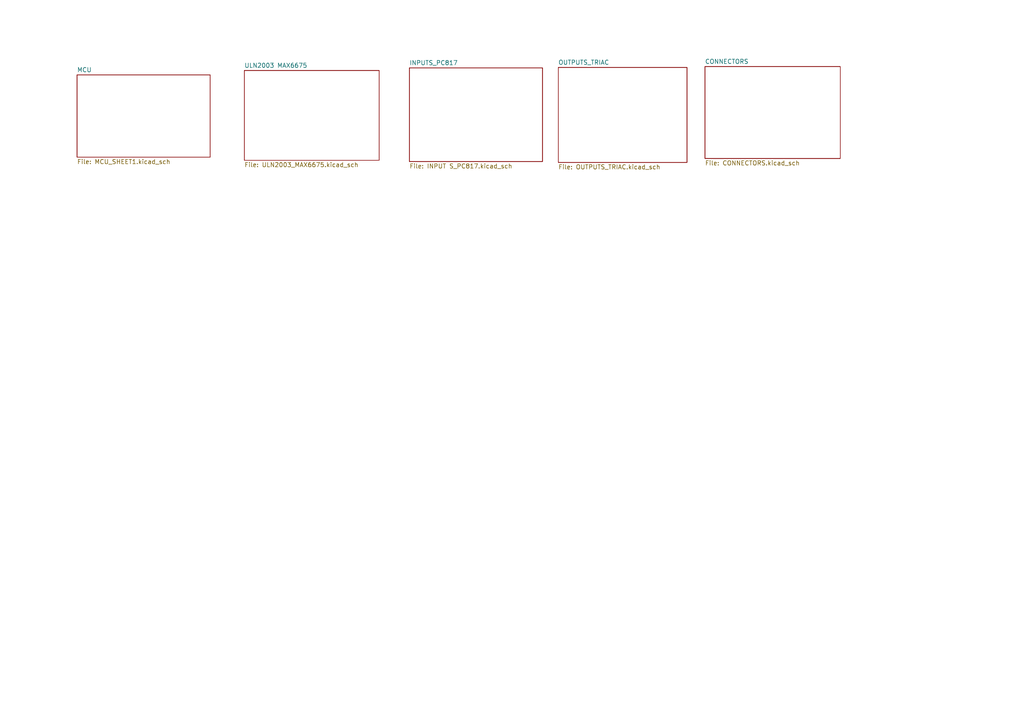
<source format=kicad_sch>
(kicad_sch (version 20211123) (generator eeschema)
  (paper "A4")
  (title_block (title "DRAYER MACHINE MCU") (date "2022-11-09") (rev "V1.0") (comment 1 "MAIN BOARD SCHEMATIC"))
  (lib_symbols)
  (sheet (at 161.925 19.558) (size 37.338 27.559) (stroke (width 0.1524))
    (property "Sheet name" "OUTPUTS_TRIAC" (at 161.925 18.8464 0) (effects (justify left bottom)))
    (property "Sheet file" "OUTPUTS_TRIAC.kicad_sch" (at 161.925 47.7016 0) (effects (justify left top)))
  )
  (sheet (at 204.47 19.304) (size 39.243 26.67) (stroke (width 0.1524))
    (property "Sheet name" "CONNECTORS" (at 204.47 18.5924 0) (effects (justify left bottom)))
    (property "Sheet file" "CONNECTORS.kicad_sch" (at 204.47 46.5586 0) (effects (justify left top)))
  )
  (sheet (at 118.745 19.685) (size 38.608 27.178) (stroke (width 0.1524))
    (property "Sheet name" "INPUTS_PC817" (at 118.745 18.9734 0) (effects (justify left bottom)))
    (property "Sheet file" "INPUT S_PC817.kicad_sch" (at 118.745 47.4476 0) (effects (justify left top)))
  )
  (sheet (at 22.352 21.717) (size 38.608 23.876) (stroke (width 0.1524))
    (property "Sheet name" "MCU" (at 22.352 21.0054 0) (effects (justify left bottom)))
    (property "Sheet file" "MCU_SHEET1.kicad_sch" (at 22.352 46.1776 0) (effects (justify left top)))
  )
  (sheet (at 70.866 20.447) (size 39.116 26.035) (stroke (width 0.1524))
    (property "Sheet name" "ULN2003 MAX6675" (at 70.866 19.7354 0) (effects (justify left bottom)))
    (property "Sheet file" "ULN2003_MAX6675.kicad_sch" (at 70.866 47.0666 0) (effects (justify left top)))
  )
)
</source>
